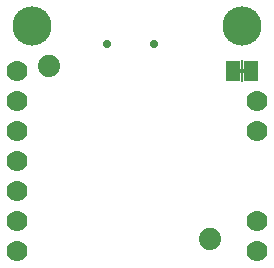
<source format=gbs>
G75*
%MOIN*%
%OFA0B0*%
%FSLAX24Y24*%
%IPPOS*%
%LPD*%
%AMOC8*
5,1,8,0,0,1.08239X$1,22.5*
%
%ADD10C,0.1306*%
%ADD11C,0.0276*%
%ADD12C,0.0700*%
%ADD13R,0.0500X0.0670*%
%ADD14R,0.0290X0.0120*%
%ADD15R,0.0060X0.0720*%
%ADD16C,0.0740*%
D10*
X001780Y008742D03*
X008780Y008742D03*
D11*
X005848Y008156D03*
X004274Y008156D03*
D12*
X001280Y001242D03*
X001280Y002242D03*
X001280Y003242D03*
X001280Y004242D03*
X001280Y005242D03*
X001280Y006242D03*
X001280Y007242D03*
X009280Y006242D03*
X009280Y005242D03*
X009280Y002242D03*
X009280Y001242D03*
D13*
X009080Y007242D03*
X008480Y007242D03*
D14*
X008780Y007242D03*
D15*
X008780Y007242D03*
D16*
X007720Y001662D03*
X002350Y007422D03*
M02*

</source>
